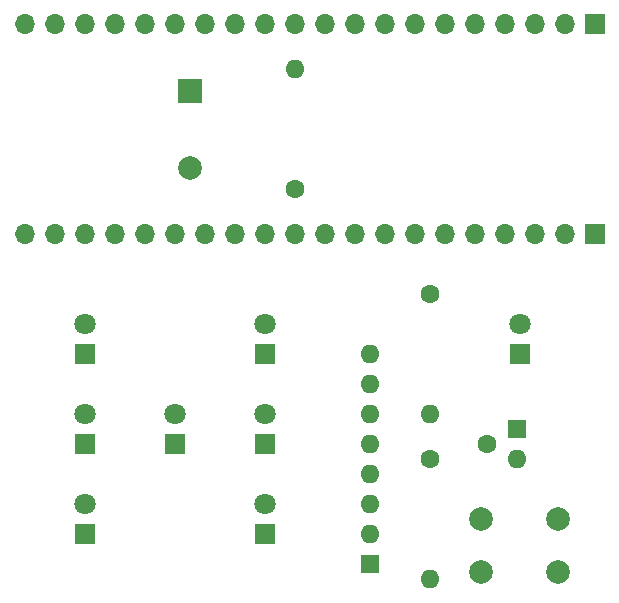
<source format=gbr>
%TF.GenerationSoftware,KiCad,Pcbnew,8.0.2*%
%TF.CreationDate,2024-06-24T20:47:35+02:00*%
%TF.ProjectId,Ampel3,416d7065-6c33-42e6-9b69-6361645f7063,rev?*%
%TF.SameCoordinates,Original*%
%TF.FileFunction,Soldermask,Top*%
%TF.FilePolarity,Negative*%
%FSLAX46Y46*%
G04 Gerber Fmt 4.6, Leading zero omitted, Abs format (unit mm)*
G04 Created by KiCad (PCBNEW 8.0.2) date 2024-06-24 20:47:35*
%MOMM*%
%LPD*%
G01*
G04 APERTURE LIST*
%ADD10C,1.600000*%
%ADD11O,1.600000X1.600000*%
%ADD12R,1.600000X1.600000*%
%ADD13R,2.000000X2.000000*%
%ADD14C,2.000000*%
%ADD15R,1.800000X1.800000*%
%ADD16C,1.800000*%
%ADD17R,1.700000X1.700000*%
%ADD18O,1.700000X1.700000*%
G04 APERTURE END LIST*
D10*
%TO.C,R2*%
X89370000Y-77940000D03*
D11*
X89370000Y-88100000D03*
%TD*%
D12*
%TO.C,RN1*%
X84290000Y-100800000D03*
D11*
X84290000Y-98260000D03*
X84290000Y-95720000D03*
X84290000Y-93180000D03*
X84290000Y-90640000D03*
X84290000Y-88100000D03*
X84290000Y-85560000D03*
X84290000Y-83020000D03*
%TD*%
D13*
%TO.C,BZ1*%
X69050000Y-60720000D03*
D14*
X69050000Y-67220000D03*
%TD*%
D15*
%TO.C,D3*%
X60160000Y-98260000D03*
D16*
X60160000Y-95720000D03*
%TD*%
D15*
%TO.C,T2*%
X96990000Y-83020000D03*
D16*
X96990000Y-80480000D03*
%TD*%
D17*
%TO.C,Pico_R1*%
X103340000Y-72860000D03*
D18*
X100800000Y-72860000D03*
X98260000Y-72860000D03*
X95720000Y-72860000D03*
X93180000Y-72860000D03*
X90640000Y-72860000D03*
X88100000Y-72860000D03*
X85560000Y-72860000D03*
X83020000Y-72860000D03*
X80480000Y-72860000D03*
X77940000Y-72860000D03*
X75400000Y-72860000D03*
X72860000Y-72860000D03*
X70320000Y-72860000D03*
X67780000Y-72860000D03*
X65240000Y-72860000D03*
X62700000Y-72860000D03*
X60160000Y-72860000D03*
X57620000Y-72860000D03*
X55080000Y-72860000D03*
%TD*%
D15*
%TO.C,D2*%
X60160000Y-90640000D03*
D16*
X60160000Y-88100000D03*
%TD*%
D15*
%TO.C,D5*%
X75400000Y-83020000D03*
D16*
X75400000Y-80480000D03*
%TD*%
D10*
%TO.C,R3*%
X77940000Y-69050000D03*
D11*
X77940000Y-58890000D03*
%TD*%
D17*
%TO.C,Pico_L1*%
X103340000Y-55080000D03*
D18*
X100800000Y-55080000D03*
X98260000Y-55080000D03*
X95720000Y-55080000D03*
X93180000Y-55080000D03*
X90640000Y-55080000D03*
X88100000Y-55080000D03*
X85560000Y-55080000D03*
X83020000Y-55080000D03*
X80480000Y-55080000D03*
X77940000Y-55080000D03*
X75400000Y-55080000D03*
X72860000Y-55080000D03*
X70320000Y-55080000D03*
X67780000Y-55080000D03*
X65240000Y-55080000D03*
X62700000Y-55080000D03*
X60160000Y-55080000D03*
X57620000Y-55080000D03*
X55080000Y-55080000D03*
%TD*%
D15*
%TO.C,D6*%
X75400000Y-90640000D03*
D16*
X75400000Y-88100000D03*
%TD*%
D15*
%TO.C,D7*%
X75400000Y-98260000D03*
D16*
X75400000Y-95720000D03*
%TD*%
D15*
%TO.C,D1*%
X60160000Y-83020000D03*
D16*
X60160000Y-80480000D03*
%TD*%
D14*
%TO.C,SW1*%
X93740000Y-96990000D03*
X100240000Y-96990000D03*
X93740000Y-101490000D03*
X100240000Y-101490000D03*
%TD*%
D15*
%TO.C,D4*%
X67780000Y-90640000D03*
D16*
X67780000Y-88100000D03*
%TD*%
D12*
%TO.C,IC1*%
X96730000Y-89370000D03*
D10*
X94190000Y-90640000D03*
D11*
X96730000Y-91910000D03*
%TD*%
D10*
%TO.C,R1*%
X89370000Y-91910000D03*
D11*
X89370000Y-102070000D03*
%TD*%
M02*

</source>
